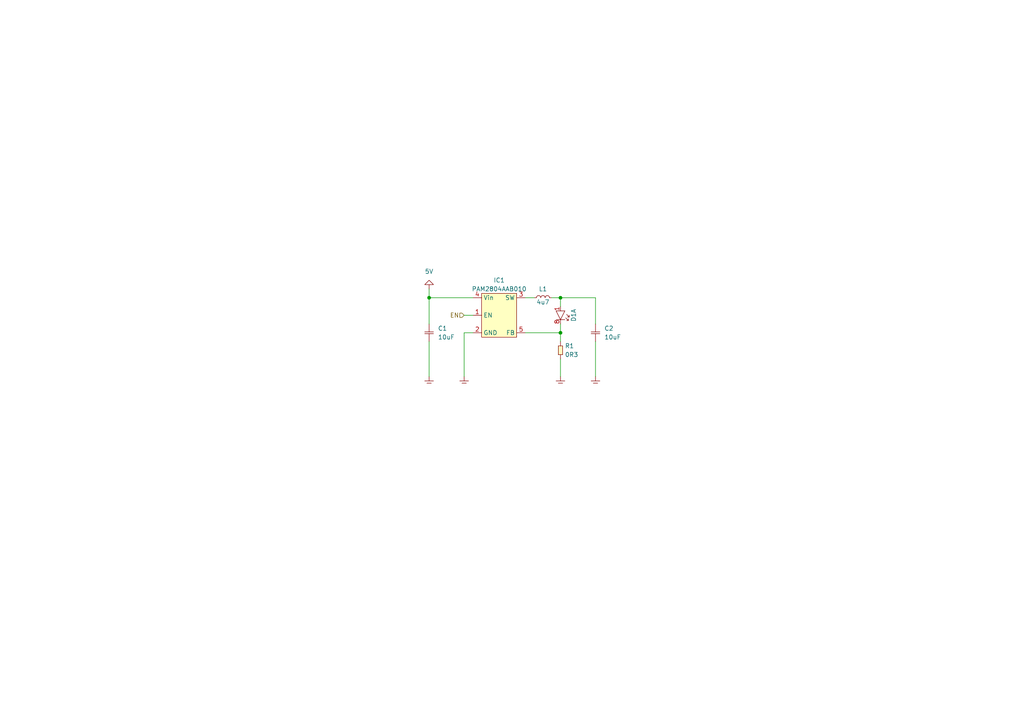
<source format=kicad_sch>
(kicad_sch (version 20230121) (generator eeschema)
  (paper "A4")
  (lib_symbols
    (symbol "LED:PAM2804AAB010"
      (property "Reference" "IC" (at 0 10.16 0))
      (property "Value" "PAM2804AAB010" (at 0 7.62 0))
      (symbol "PAM2804AAB010_0_1"
        (rectangle (start -5.08 6.35) (end 5.08 -6.35) (fill (type background)))
      )
      (symbol "PAM2804AAB010_1_1"
        (pin input line (at -7.62 0 0) (length 2.54) (name "EN") (number "1"))
        (pin power_out line (at -7.62 -5.08 0) (length 2.54) (name "GND") (number "2"))
        (pin power_out line (at 7.62 5.08 180) (length 2.54) (name "SW") (number "3"))
        (pin power_in line (at -7.62 5.08 0) (length 2.54) (name "Vin") (number "4"))
        (pin input line (at 7.62 -5.08 180) (length 2.54) (name "FB") (number "5"))
      )
    )
    (symbol "LED:QLSP06RGBXWAJ" (pin_names (offset 0) hide)
      (property "Reference" "D" (at 0 3.81 0))
      (symbol "QLSP06RGBXWAJ_0_1"
        (polyline (pts (xy 1.27 1.27) (xy 1.27 -1.27)))
        (polyline (pts (xy 1.524 1.778) (xy 1.524 2.286)))
        (polyline (pts (xy 0.762 1.524) (xy 1.524 2.286) (xy 1.016 2.286)))
        (polyline (pts (xy -1.27 1.27) (xy -1.27 -1.27) (xy 1.27 0) (xy -1.27 1.27)))
      )
      (symbol "QLSP06RGBXWAJ_1_1"
        (polyline (pts (xy 0.508 2.032) (xy 0.508 2.54)))
        (polyline (pts (xy -0.254 1.778) (xy 0.508 2.54) (xy 0 2.54)))
        (pin input line (at -2.54 0 0) (length 1.27) (name "A") (number "1"))
        (pin output line (at 2.54 0 180) (length 1.27) (name "K") (number "8"))
      )
      (symbol "QLSP06RGBXWAJ_2_1"
        (polyline (pts (xy 0.508 2.032) (xy 0.508 2.54)))
        (polyline (pts (xy -0.254 1.778) (xy 0.508 2.54) (xy 0 2.54)))
        (pin input line (at -2.54 0 0) (length 1.27) (name "A") (number "2"))
        (pin output line (at 2.54 0 180) (length 1.27) (name "K") (number "7"))
      )
      (symbol "QLSP06RGBXWAJ_3_1"
        (polyline (pts (xy 0.508 2.032) (xy 0.508 2.54)))
        (polyline (pts (xy -0.254 1.778) (xy 0.508 2.54) (xy 0 2.54)))
        (pin input line (at -2.54 0 0) (length 1.27) (name "A") (number "3"))
        (pin output line (at 2.54 0 180) (length 1.27) (name "K") (number "6"))
      )
      (symbol "QLSP06RGBXWAJ_4_1"
        (polyline (pts (xy 0.508 2.032) (xy 0.508 2.54)))
        (polyline (pts (xy -0.254 1.778) (xy 0.508 2.54) (xy 0 2.54)))
        (pin input line (at -2.54 0 0) (length 1.27) (name "A") (number "4"))
        (pin output line (at 2.54 0 180) (length 1.27) (name "K") (number "5"))
      )
    )
    (symbol "generic:5V" (power) (pin_numbers hide) (pin_names (offset 0) hide)
      (property "Value" "5V" (at 0 3.81 0))
      (symbol "5V_0_1"
        (polyline (pts (xy 0 0) (xy 0 1.27) (xy -1.27 1.27) (xy 0 2.54) (xy 1.27 1.27) (xy 0 1.27)))
      )
      (symbol "5V_1_1"
        (pin power_in line (at 0 0 90) (length 2.54) hide (name "5V") (number "~"))
      )
    )
    (symbol "generic:C" (pin_numbers hide) (pin_names (offset 0) hide)
      (property "Reference" "C" (at 2.54 0 0))
      (symbol "C_0_1"
        (polyline (pts (xy -1.27 -0.254) (xy 1.27 -0.254)))
        (polyline (pts (xy 1.27 0.254) (xy -1.27 0.254)))
      )
      (symbol "C_1_1"
        (pin bidirectional line (at 0 2.54 270) (length 2.3114) (name "~") (number "1"))
        (pin bidirectional line (at 0 -2.54 90) (length 2.3114) (name "~") (number "2"))
      )
    )
    (symbol "generic:GND" (power) (pin_numbers hide) (pin_names (offset 0) hide)
      (symbol "GND_0_1"
        (polyline (pts (xy -1.27 -1.27) (xy 1.27 -1.27)))
        (polyline (pts (xy 0 -2.54) (xy 0 -2.54)))
        (polyline (pts (xy 0 -1.27) (xy 0 0)))
        (polyline (pts (xy 0.635 -1.905) (xy -0.635 -1.905)))
      )
      (symbol "GND_1_1"
        (pin power_in line (at 0 0 270) (length 2.54) hide (name "GND") (number "~"))
      )
    )
    (symbol "generic:L" (pin_numbers hide) (pin_names (offset 0) hide)
      (property "Reference" "L" (at 0 1.905 0))
      (property "Value" "L" (at 0 -1.27 0))
      (symbol "L_0_1"
        (arc (start -0.635 0) (mid -1.27 0.6323) (end -1.905 0))
        (arc (start 0.635 0) (mid 0 0.6323) (end -0.635 0))
        (arc (start 1.905 0) (mid 1.27 0.6323) (end 0.635 0))
      )
      (symbol "L_1_1"
        (pin bidirectional line (at -2.54 0 0) (length 0.635) (name "~") (number "1"))
        (pin bidirectional line (at 2.54 0 180) (length 0.635) (name "~") (number "2"))
      )
    )
    (symbol "generic:R" (pin_numbers hide) (pin_names (offset 0) hide)
      (property "Reference" "R" (at 0 1.905 0))
      (symbol "R_0_1"
        (rectangle (start -1.27 0.635) (end 1.27 -0.635) (fill (type background)))
      )
      (symbol "R_1_1"
        (pin bidirectional line (at -2.54 0 0) (length 1.27) (name "~") (number "1"))
        (pin bidirectional line (at 2.54 0 180) (length 1.27) (name "~") (number "2"))
      )
    )
  )
  (junction (at 162.56 86.36))
  (junction (at 124.46 86.36))
  (junction (at 162.56 96.52))
  (wire (pts (xy 152.4 96.52) (xy 162.56 96.52)))
  (wire (pts (xy 160.02 86.36) (xy 162.56 86.36)))
  (wire (pts (xy 162.56 104.14) (xy 162.56 109.22)))
  (wire (pts (xy 162.56 93.98) (xy 162.56 96.52)))
  (wire (pts (xy 172.72 99.06) (xy 172.72 109.22)))
  (wire (pts (xy 162.56 88.9) (xy 162.56 86.36)))
  (wire (pts (xy 134.62 91.44) (xy 137.16 91.44)))
  (wire (pts (xy 152.4 86.36) (xy 154.94 86.36)))
  (wire (pts (xy 137.16 96.52) (xy 134.62 96.52)))
  (wire (pts (xy 162.56 86.36) (xy 172.72 86.36)))
  (wire (pts (xy 124.46 86.36) (xy 124.46 93.98)))
  (wire (pts (xy 124.46 83.82) (xy 124.46 86.36)))
  (wire (pts (xy 134.62 96.52) (xy 134.62 109.22)))
  (wire (pts (xy 124.46 86.36) (xy 137.16 86.36)))
  (wire (pts (xy 162.56 96.52) (xy 162.56 99.06)))
  (wire (pts (xy 172.72 86.36) (xy 172.72 93.98)))
  (wire (pts (xy 124.46 99.06) (xy 124.46 109.22)))
  (hierarchical_label "EN" (shape input) (at 134.62 91.44 180))
  (symbol (lib_id "generic:R") (at 162.56 101.6 90) (unit 1)
    (property "Reference" "R1" (at 163.83 100.33 90) (effects (justify right)))
    (property "Value" "0R3" (at 163.83 102.87 90) (effects (justify right)))
    (property "Footprint" "SMT:0603" (effects hide))
    (instances (project "rgbw-light" (path "" (reference "R1") (unit 1)) (path "" (reference "R2") (unit 1)) (path "" (reference "R3") (unit 1)) (path "" (reference "R4") (unit 1))))
  )
  (symbol (lib_id "LED:PAM2804AAB010") (at 144.78 91.44 0) (unit 1)
    (property "Reference" "IC1" (at 144.78 81.28 0))
    (property "Value" "PAM2804AAB010" (at 144.78 83.82 0))
    (property "Footprint" "SOT:SOT-23-5" (effects hide))
    (property "Datasheet" "https://www.diodes.com/assets/Datasheets/PAM2804.pdf" (effects hide))
    (property "Manufacturer" "Diodes Incorporated" (effects hide))
    (property "MPN" "PAM2804AAB010" (effects hide))
    (property "Digi-Key" "PAM2804AAB010DICT-ND" (effects hide))
    (instances (project "rgbw-light" (path "" (reference "IC1") (unit 1)) (path "" (reference "IC2") (unit 1)) (path "" (reference "IC3") (unit 1)) (path "" (reference "IC4") (unit 1))))
  )
  (symbol (lib_id "generic:C") (at 124.46 96.52 0) (unit 1)
    (property "Reference" "C1" (at 127 95.25 0) (effects (justify left)))
    (property "Value" "10uF" (at 127 97.79 0) (effects (justify left)))
    (property "Footprint" "SMT:0805" (effects hide))
    (instances (project "rgbw-light" (path "" (reference "C1") (unit 1)) (path "" (reference "C3") (unit 1)) (path "" (reference "C5") (unit 1)) (path "" (reference "C7") (unit 1))))
  )
  (symbol (lib_id "generic:GND") (at 172.72 109.22 0) (unit 1)
    (property "Reference" "#GND04" (effects hide))
    (property "Value" "GND" (effects hide))
    (instances (project "rgbw-light" (path "" (reference "#GND04") (unit 1)) (path "" (reference "#GND08") (unit 1)) (path "" (reference "#GND012") (unit 1)) (path "" (reference "#GND016") (unit 1))))
  )
  (symbol (lib_id "generic:GND") (at 134.62 109.22 0) (unit 1)
    (property "Reference" "#GND02" (effects hide))
    (property "Value" "GND" (effects hide))
    (instances (project "rgbw-light" (path "" (reference "#GND02") (unit 1)) (path "" (reference "#GND06") (unit 1)) (path "" (reference "#GND010") (unit 1)) (path "" (reference "#GND014") (unit 1))))
  )
  (symbol (lib_id "generic:L") (at 157.48 86.36 0) (unit 1)
    (property "Reference" "L1" (at 157.48 83.82 0))
    (property "Value" "4u7" (at 157.48 87.63 0))
    (property "Footprint" "inductor:CDRH2D11" (effects hide))
    (instances (project "rgbw-light" (path "" (reference "L1") (unit 1)) (path "" (reference "L2") (unit 1)) (path "" (reference "L3") (unit 1)) (path "" (reference "L4") (unit 1))))
  )
  (symbol (lib_id "LED:QLSP06RGBXWAJ") (at 162.56 91.44 270) (unit 1)
    (property "Reference" "D1" (at 166.37 91.44 0))
    (property "Value" "QLSP06RGBXWAJ" (effects hide))
    (property "Footprint" "SMT:3030_8" (effects hide))
    (property "Datasheet" "https://media.digikey.com/pdf/Data%20Sheets/Quelighting%20PDFs/QLSP06RGBXWAJ.pdf" (effects hide))
    (property "MPN" "QLSP06RGBXWAJ" (effects hide))
    (property "Digi-Key" "3970-QLSP06RGBXWAJCT-ND" (effects hide))
    (instances (project "rgbw-light" (path "" (reference "D1") (unit 1)) (path "" (reference "D1") (unit 2)) (path "" (reference "D1") (unit 3)) (path "" (reference "D1") (unit 4))))
  )
  (symbol (lib_id "generic:GND") (at 162.56 109.22 0) (unit 1)
    (property "Reference" "#GND03" (effects hide))
    (property "Value" "GND" (effects hide))
    (instances (project "rgbw-light" (path "" (reference "#GND03") (unit 1)) (path "" (reference "#GND07") (unit 1)) (path "" (reference "#GND011") (unit 1)) (path "" (reference "#GND015") (unit 1))))
  )
  (symbol (lib_id "generic:5V") (at 124.46 83.82 0) (unit 1)
    (property "Reference" "#5V0102" (effects hide))
    (property "Value" "5V" (at 124.46 78.74 0))
    (instances (project "rgbw-light" (path "" (reference "#5V0102") (unit 1)) (path "" (reference "#5V0103") (unit 1)) (path "" (reference "#5V0104") (unit 1)) (path "" (reference "#5V0105") (unit 1))))
  )
  (symbol (lib_id "generic:GND") (at 124.46 109.22 0) (unit 1)
    (property "Reference" "#GND01" (effects hide))
    (property "Value" "GND" (effects hide))
    (instances (project "rgbw-light" (path "" (reference "#GND01") (unit 1)) (path "" (reference "#GND05") (unit 1)) (path "" (reference "#GND09") (unit 1)) (path "" (reference "#GND013") (unit 1))))
  )
  (symbol (lib_id "generic:C") (at 172.72 96.52 0) (unit 1)
    (property "Reference" "C2" (at 175.26 95.25 0) (effects (justify left)))
    (property "Value" "10uF" (at 175.26 97.79 0) (effects (justify left)))
    (property "Footprint" "SMT:0805" (effects hide))
    (instances (project "rgbw-light" (path "" (reference "C2") (unit 1)) (path "" (reference "C4") (unit 1)) (path "" (reference "C6") (unit 1)) (path "" (reference "C8") (unit 1))))
  )
)
</source>
